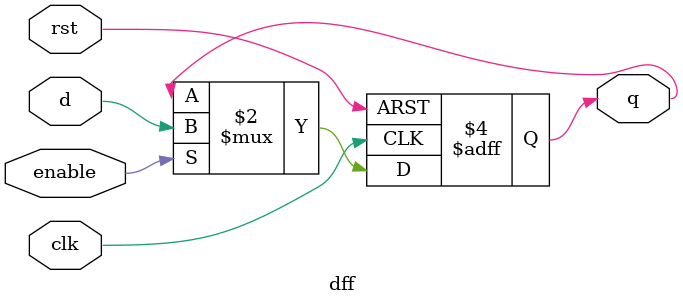
<source format=sv>
`ifndef dff
`define dff

module dff
    //
    // ---------------- DECLARATIONS OF PORT IN/OUT & DATA TYPES ----------------
    //
(
  input logic clk,
  input logic rst,
  input logic enable,
  input logic d,
  output logic q
);
    //
    // ---------------- MODULE DESIGN IMPLEMENTATION ----------------
    //
  always_ff @(posedge clk, posedge rst) begin
    if (rst) begin
      q <= 0; // Synchronous reset
    end else if (enable) begin
      q <= d; // Data is loaded only when enable is high
    end
  end
endmodule : dff
`endif // dff
</source>
